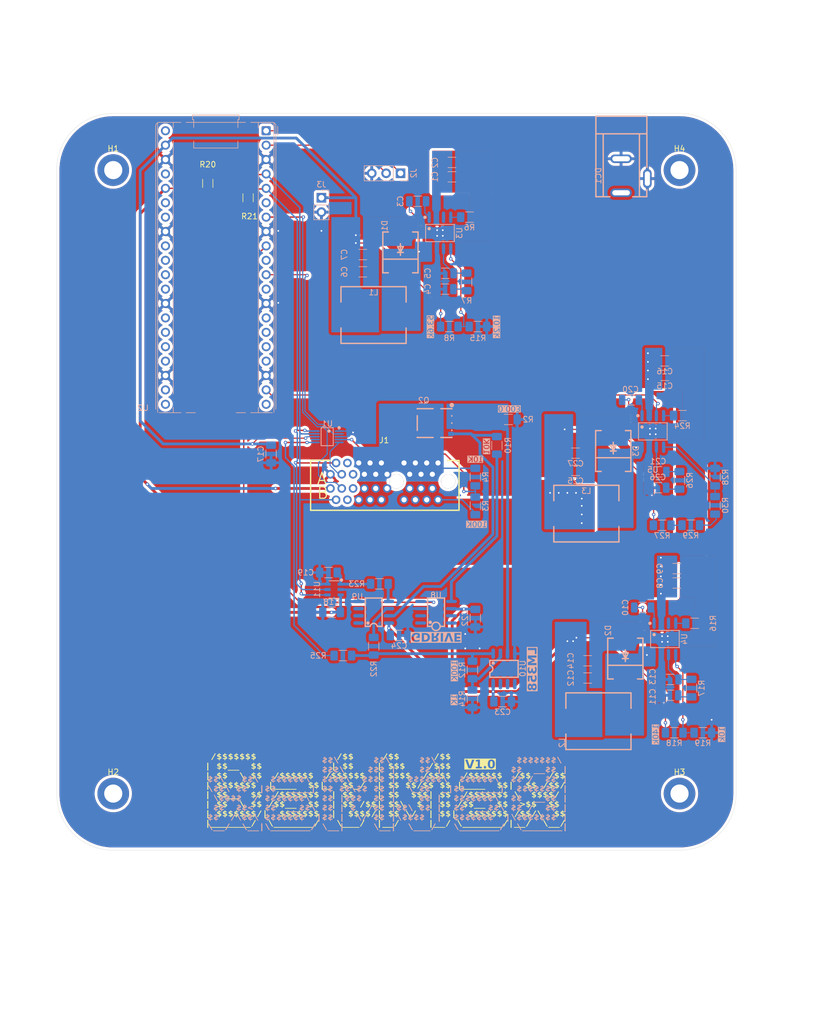
<source format=kicad_pcb>
(kicad_pcb (version 20241229) (generator "pcbnew") (generator_version "9.0")
  (layers (0 "F.Cu" signal) (2 "B.Cu" signal) (13 "F.Paste" user) (15 "B.Paste" user) (5 "F.SilkS" user "F.Silkscreen") (7 "B.SilkS" user "B.Silkscreen") (1 "F.Mask" user) (3 "B.Mask" user) (25 "Edge.Cuts" user))
  (net 0 "")
  (net 1 "+24V")
  (net 2 "GND")
  (net 3 "Net-(U3-BOOT)")
  (net 4 "Net-(D1-K)")
  (net 5 "Net-(C4-Pad1)")
  (net 6 "Net-(U3-COMP)")
  (net 7 "+5V")
  (net 8 "Net-(U4-BOOT)")
  (net 9 "Net-(D2-K)")
  (net 10 "Net-(C11-Pad1)")
  (net 11 "+12V")
  (net 12 "Net-(U4-COMP)")
  (net 13 "+3V3")
  (net 14 "/SCL")
  (net 15 "/BatteryCC/B-")
  (net 18 "/SDA")
  (net 20 "/BatteryCC/Battery/EEPROM_WC")
  (net 21 "/BatteryCC/TMP")
  (net 24 "/DischargeLV")
  (net 25 "/En3v")
  (net 26 "/BatteryCC/Charge")
  (net 27 "Net-(U3-RT{slash}CLK)")
  (net 28 "Net-(U4-RT{slash}CLK)")
  (net 29 "Net-(U1-AIN0)")
  (net 31 "/BatteryCC/RSns Charge")
  (net 47 "Net-(U9B--)")
  (net 58 "Net-(U8-OUTB)")
  (net 60 "Net-(U11-VOUT)")
  (net 63 "Net-(U10A--)")
  (net 67 "/BatteryCC/ChargeLV")
  (net 68 "/Power Delivery/FB5")
  (net 69 "/Power Delivery/FB12")
  (net 74 "Net-(U10A-+)")
  (net 75 "Net-(U9B-+)")
  (net 76 "/BatteryCC/ALERT{slash}RDY")
  (net 77 "Net-(R12-Pad1)")
  (net 78 "+48V")
  (net 79 "Net-(D3-K)")
  (net 80 "Net-(U5-BOOT)")
  (net 81 "Net-(C21-Pad1)")
  (net 82 "Net-(U5-COMP)")
  (net 83 "Net-(U5-RT{slash}CLK)")
  (net 84 "Net-(R27-Pad2)")
  (net 85 "/Power Delivery/FB24")
  (net 86 "Net-(R29-Pad2)")
  (net 87 "/Power Delivery/EN_BAT_V")
  (net 88 "Net-(J2-Pin_2)")
  (net 89 "Net-(J2-Pin_1)")
  (footprint "MountingHole:MountingHole_3.2mm_M3_DIN965_Pad_TopBottom" (layer "F.Cu") (at 75 35)
    (property "Reference" "H1")
    (property "Value" "MountingHole_Pad")
  )
  (footprint "Resistor_SMD:R_1206_3216Metric_Pad1.30x1.75mm_HandSolder" (layer "F.Cu") (at 91.694 37.338 -90)
    (property "Reference" "R20")
    (property "Value" "1k")
  )
  (footprint "MountingHole:MountingHole_3.2mm_M3_DIN965_Pad_TopBottom" (layer "F.Cu") (at 75 145)
    (property "Reference" "H2")
    (property "Value" "MountingHole_Pad")
  )
  (footprint "COMPONENTS:CONN-TH_36P-P1.00-V_3183-XXXXXPXT" (layer "F.Cu") (at 122.85 89.916)
    (property "Reference" "J1")
    (property "Value" "Bus_PCI_Express_x1")
  )
  (footprint "MountingHole:MountingHole_3.2mm_M3_DIN965_Pad_TopBottom" (layer "F.Cu") (at 175 35)
    (property "Reference" "H4")
    (property "Value" "MountingHole_Pad")
  )
  (footprint "Resistor_SMD:R_1206_3216Metric_Pad1.30x1.75mm_HandSolder" (layer "F.Cu") (at 98.806 39.878 -90)
    (property "Reference" "R21")
    (property "Value" "1k")
  )
  (footprint "MountingHole:MountingHole_3.2mm_M3_DIN965_Pad_TopBottom" (layer "F.Cu") (at 175 145)
    (property "Reference" "H3")
    (property "Value" "MountingHole_Pad")
  )
  (footprint "COMPONENTS:SOIC-8_L5.0-W4.0-P1.27-LS6.0-BL" (layer "B.Cu") (at 132 113 90)
    (property "Reference" "U8")
    (property "Value" "UCC27324DR")
  )
  (footprint "Resistor_SMD:R_1206_3216Metric_Pad1.30x1.75mm_HandSolder" (layer "B.Cu") (at 176.9892 97.6388)
    (property "Reference" "R29")
    (property "Value" "3k")
  )
  (footprint "Resistor_SMD:R_1206_3216Metric_Pad1.30x1.75mm_HandSolder" (layer "B.Cu") (at 181.2798 89.166 90)
    (property "Reference" "R28")
    (property "Value" "10k")
  )
  (footprint "Resistor_SMD:R_1206_3216Metric_Pad1.30x1.75mm_HandSolder" (layer "B.Cu") (at 174.0662 134.2624)
    (property "Reference" "R18")
    (property "Value" "140k")
  )
  (footprint "Capacitor_SMD:C_1206_3216Metric" (layer "B.Cu") (at 133.6376 53.2036 180)
    (property "Reference" "C5")
    (property "Value" "39p")
  )
  (footprint "COMPONENTS:SOT-23-6_L2.9-W1.6-P0.95-LS2.8-BL" (layer "B.Cu") (at 114 109 -90)
    (property "Reference" "U11")
    (property "Value" "MCP4725A0T-E/CH")
  )
  (footprint "Capacitor_SMD:C_1206_3216Metric" (layer "B.Cu") (at 174.5252 105.3064)
    (property "Reference" "C9")
    (property "Value" "2.2u")
  )
  (footprint "COMPONENTS:DC-IN-TH_DC-005-20A" (layer "B.Cu") (at 167 36 -90)
    (property "Reference" "DC1")
    (property "Value" "DC-005-20A_C136744")
  )
  (footprint "Resistor_SMD:R_1206_3216Metric_Pad1.30x1.75mm_HandSolder" (layer "B.Cu") (at 115.544 120.65 180)
    (property "Reference" "R25")
    (property "Value" "1k")
  )
  (footprint "Capacitor_SMD:C_1206_3216Metric" (layer "B.Cu") (at 156.6438 84.9388)
    (property "Reference" "C27")
    (property "Value" "47u")
  )
  (footprint "Capacitor_SMD:C_1206_3216Metric" (layer "B.Cu") (at 168.4782 112.1644 180)
    (property "Reference" "C10")
    (property "Value" "0.1u")
  )
  (footprint "COMPONENTS:SMC_L7.1-W6.2-LS8.1-RD" (layer "B.Cu") (at 163.2986 84.5588 90)
    (property "Reference" "D3")
    (property "Value" "B560C-13-F")
  )
  (footprint "Connector_PinHeader_2.54mm:PinHeader_1x03_P2.54mm_Vertical" (layer "B.Cu") (at 125.73 35.56 90)
    (property "Reference" "J2")
    (property "Value" "Conn_01x03_Pin")
  )
  (footprint "Resistor_SMD:R_1206_3216Metric_Pad1.30x1.75mm_HandSolder" (layer "B.Cu") (at 171.9346 97.6642)
    (property "Reference" "R27")
    (property "Value" "300K")
  )
  (footprint "COMPONENTS:IND-SMD_L11.5-W10.0_FXL1040" (layer "B.Cu") (at 160.6802 132.2304 180)
    (property "Reference" "L2")
    (property "Value" "FXL1040-8R2-M")
  )
  (footprint "Capacitor_SMD:C_1206_3216Metric" (layer "B.Cu") (at 134.8096 36.1856)
    (property "Reference" "C1")
    (property "Value" "2.2u")
  )
  (footprint "Resistor_SMD:R_1206_3216Metric_Pad1.30x1.75mm_HandSolder" (layer "B.Cu") (at 122 108 180)
    (property "Reference" "R23")
    (property "Value" "1k")
  )
  (footprint "Capacitor_SMD:C_1206_3216Metric" (layer "B.Cu") (at 133.5886 55.9976 180)
    (property "Reference" "C4")
    (property "Value" "6800p")
  )
  (footprint "Resistor_SMD:R_1206_3216Metric_Pad1.30x1.75mm_HandSolder" (layer "B.Cu") (at 179.1202 134.2624)
    (property "Reference" "R19")
    (property "Value" "10k")
  )
  (footprint "Resistor_SMD:R_1206_3216Metric_Pad1.30x1.75mm_HandSolder" (layer "B.Cu") (at 175.4906 78.3094)
    (property "Reference" "R24")
    (property "Value" "162k")
  )
  (footprint "Resistor_SMD:R_1206_3216Metric_Pad1.30x1.75mm_HandSolder" (layer "B.Cu") (at 143.764 128.778)
    (property "Reference" "C23")
    (property "Value" "100n")
  )
  (footprint "Resistor_SMD:R_1206_3216Metric_Pad1.30x1.75mm_HandSolder" (layer "B.Cu") (at 142.748 83.566 90)
    (property "Reference" "R10")
    (property "Value" "10k")
  )
  (footprint "Capacitor_SMD:C_1206_3216Metric" (layer "B.Cu") (at 172.39 71.2228)
    (property "Reference" "C15")
    (property "Value" "2.2u")
  )
  (footprint "Capacitor_SMD:C_1206_3216Metric" (layer "B.Cu") (at 171.1726 91.0348 180)
    (property "Reference" "C26")
    (property "Value" "39p")
  )
  (footprint "COMPONENTS:DFN-5_L4.9-W5.9-P1.27-LS6.2-BL" (layer "B.Cu") (at 132.826 79.633 -90)
    (property "Reference" "Q2")
    (property "Value" "TPHR8504PL,LQ(M1W")
  )
  (footprint "Capacitor_SMD:C_1206_3216Metric" (layer "B.Cu") (at 156.6438 87.9868)
    (property "Reference" "C25")
    (property "Value" "47u")
  )
  (footprint "Capacitor_SMD:C_1206_3216Metric" (layer "B.Cu") (at 119.0616 49.9016)
    (property "Reference" "C7")
    (property "Value" "47u")
  )
  (footprint "Capacitor_SMD:C_1206_3216Metric" (layer "B.Cu") (at 158.7772 124.6104)
    (property "Reference" "C12")
    (property "Value" "47u")
  )
  (footprint "Resistor_SMD:R_1206_3216Metric_Pad1.30x1.75mm_HandSolder" (layer "B.Cu") (at 113.55 113 180)
    (property "Reference" "C18")
    (property "Value" "100n")
  )
  (footprint "Resistor_SMD:R_1206_3216Metric_Pad1.30x1.75mm_HandSolder" (layer "B.Cu") (at 181.2798 94.1444 90)
    (property "Reference" "R30")
    (property "Value" "2k")
  )
  (footprint "Resistor_SMD:R_1206_3216Metric_Pad1.30x1.75mm_HandSolder" (layer "B.Cu") (at 121 119 -90)
    (property "Reference" "R22")
    (property "Value" "1k")
  )
  (footprint "Capacitor_SMD:C_1206_3216Metric" (layer "B.Cu") (at 166.3466 75.5408 180)
    (property "Reference" "C20")
    (property "Value" "0.1u")
  )
  (footprint "COMPONENTS:SOP-8_L4.9-W3.9-P1.27-LS6.0-BL" (layer "B.Cu") (at 121 113 90)
    (property "Reference" "U9")
    (property "Value" "LM393")
  )
  (footprint "Resistor_SMD:R_1206_3216Metric_Pad1.30x1.75mm_HandSolder" (layer "B.Cu") (at 144.78 78.994)
    (property "Reference" "R2")
    (property "Value" "0.003")
  )
  (footprint "COMPONENTS:SMC_L7.1-W6.2-LS8.1-RD" (layer "B.Cu") (at 165.4302 121.1824 90)
    (property "Reference" "D2")
    (property "Value" "B560C-13-F")
  )
  (footprint "Capacitor_SMD:C_1206_3216Metric" (layer "B.Cu") (at 173.3532 124.8644 180)
    (property "Reference" "C13")
    (property "Value" "39p")
  )
  (footprint "Resistor_SMD:R_1206_3216Metric_Pad1.30x1.75mm_HandSolder" (layer "B.Cu") (at 138.938 89.154 90)
    (property "Reference" "R4")
    (property "Value" "10k")
  )
  (footprint "COMPONENTS:SOIC-8_L5.0-W4.0-P1.27-LS6.0-BL-EP2.0" (layer "B.Cu") (at 132.6946 46.0996)
    (property "Reference" "U3")
    (property "Value" "TPS54360BDDAR")
  )
  (footprint "Resistor_SMD:R_1206_3216Metric_Pad1.30x1.75mm_HandSolder" (layer "B.Cu") (at 138.43 123.19 -90)
    (property "Reference" "R12")
    (property "Value" "100k")
  )
  (footprint "Resistor_SMD:R_1206_3216Metric_Pad1.30x1.75mm_HandSolder" (layer "B.Cu") (at 139.4046 62.6016)
    (property "Reference" "R15")
    (property "Value" "10.2k")
  )
  (footprint "Resistor_SMD:R_1206_3216Metric_Pad1.30x1.75mm_HandSolder" (layer "B.Cu") (at 137.9066 43.2976)
    (property "Reference" "R6")
    (property "Value" "162k")
  )
  (footprint "Resistor_SMD:R_1206_3216Metric_Pad1.30x1.75mm_HandSolder" (layer "B.Cu") (at 174.9826 89.7394 90)
    (property "Reference" "R26")
    (property "Value" "13k")
  )
  (footprint "Capacitor_SMD:C_1206_3216Metric" (layer "B.Cu") (at 171.1998 88.2408 180)
    (property "Reference" "C21")
    (property "Value" "6800p")
  )
  (footprint "Resistor_SMD:R_1206_3216Metric_Pad1.30x1.75mm_HandSolder" (layer "B.Cu") (at 138.938 114.046 -90)
    (property "Reference" "C22")
    (property "Value" "100n")
  )
  (footprint "Resistor_SMD:R_1206_3216Metric_Pad1.30x1.75mm_HandSolder" (layer "B.Cu") (at 138.938 94.234 90)
    (property "Reference" "R3")
    (property "Value" "100k")
  )
  (footprint "COMPONENTS:SOIC-8_L5.0-W4.0-P1.27-LS6.0-BL-EP2.0" (layer "B.Cu") (at 170.2866 81.1008)
    (property "Reference" "U5")
    (property "Value" "TPS54360BDDAR")
  )
  (footprint "Resistor_SMD:R_1206_3216Metric_Pad1.30x1.75mm_HandSolder" (layer "B.Cu") (at 134.3506 62.6016)
    (property "Reference" "R8")
    (property "Value" "53.6k")
  )
  (footprint "Module:RaspberryPi_Pico_Common_THT" (layer "B.Cu") (at 102 28.06 180)
    (property "Reference" "U2")
    (property "Value" "PICO")
  )
  (footprint "COMPONENTS:SOP-8_L4.9-W3.9-P1.27-LS6.0-BL" (layer "B.Cu") (at 144 123)
    (property "Reference" "U10")
    (property "Value" "LM358")
  )
  (footprint "Resistor_SMD:R_1206_3216Metric_Pad1.30x1.75mm_HandSolder" (layer "B.Cu") (at 137.3986 54.7276 -90)
    (property "Reference" "R7")
    (property "Value" "13k")
  )
  (footprint "COMPONENTS:IND-SMD_L11.5-W10.0_FXL1040" (layer "B.Cu") (at 158.5488 95.6068 180)
    (property "Reference" "L3")
    (property "Value" "FXL1040-8R2-M")
  )
  (footprint "COMPONENTS:IND-SMD_L11.5-W10.0_FXL1040" (layer "B.Cu") (at 120.9646 60.5696 180)
    (property "Reference" "L1")
    (property "Value" "FXL1040-8R2-M")
  )
  (footprint "Capacitor_SMD:C_1206_3216Metric" (layer "B.Cu") (at 173.3042 127.6584 180)
    (property "Reference" "C11")
    (property "Value" "6800p")
  )
  (footprint "Capacitor_SMD:C_1206_3216Metric" (layer "B.Cu") (at 128.7626 40.5036 180)
    (property "Reference" "C3")
    (property "Value" "0.1u")
  )
  (footprint "Capacitor_SMD:C_1206_3216Metric" (layer "B.Cu") (at 119.0616 52.9496)
    (property "Reference" "C6")
    (property "Value" "47u")
  )
  (footprint "Capacitor_SMD:C_1206_3216Metric" (layer "B.Cu") (at 172.3918 68.6574)
    (property "Reference" "C16")
    (property "Value" "2.2u")
  )
  (footprint "Resistor_SMD:R_1206_3216Metric_Pad1.30x1.75mm_HandSolder" (layer "B.Cu") (at 102.87 85.09 -90)
    (property "Reference" "C17")
    (property "Value" "100n")
  )
  (footprint "Resistor_SMD:R_1206_3216Metric_Pad1.30x1.75mm_HandSolder" (layer "B.Cu") (at 177.1142 126.3884 -90)
    (property "Reference" "R17")
    (property "Value" "13k")
  )
  (footprint "COMPONENTS:MSOP-10_L3.0-W3.0-P0.50-LS5.0-BL" (layer "B.Cu") (at 112.776 82.042 -90)
    (property "Reference" "U1")
    (property "Value" "ADS1115IDGSR")
  )
  (footprint "Resistor_SMD:R_1206_3216Metric_Pad1.30x1.75mm_HandSolder" (layer "B.Cu") (at 177.6482 114.9584)
    (property "Reference" "R16")
    (property "Value" "162k")
  )
  (footprint "Capacitor_SMD:C_1206_3216Metric" (layer "B.Cu") (at 174.5252 107.8464)
    (property "Reference" "C8")
    (property "Value" "2.2u")
  )
  (footprint "Resistor_SMD:R_1206_3216Metric_Pad1.30x1.75mm_HandSolder" (layer "B.Cu") (at 125.476 117.094)
    (property "Reference" "C24")
    (property "Value" "100n")
  )
  (footprint "Capacitor_SMD:C_1206_3216Metric" (layer "B.Cu") (at 134.8096 33.6456)
    (property "Reference" "C2")
    (property "Value" "2.2u")
  )
  (footprint "COMPONENTS:SMC_L7.1-W6.2-LS8.1-RD" (layer "B.Cu") (at 125.7146 49.5216 90)
    (property "Reference" "D1")
    (property "Value" "B560C-13-F")
  )
  (footprint "Capacitor_SMD:C_1206_3216Metric" (layer "B.Cu") (at 158.7772 121.5624)
    (property "Reference" "C14")
    (property "Value" "47u")
  )
  (footprint "Resistor_SMD:R_1206_3216Metric_Pad1.30x1.75mm_HandSolder" (layer "B.Cu") (at 138.43 128.27 -90)
    (property "Reference" "R14")
    (property "Value" "1k")
  )
  (footprint "Connector_PinHeader_2.54mm:PinHeader_1x02_P2.54mm_Vertical" (layer "B.Cu") (at 111.76 39.878 180)
    (property "Reference" "J3")
    (property "Value" "Conn_01x02_Pin")
  )
  (footprint "COMPONENTS:SOIC-8_L5.0-W4.0-P1.27-LS6.0-BL-EP2.0" (layer "B.Cu") (at 172.4202 117.7284)
    (property "Reference" "U4")
    (property "Value" "TPS54360BDDAR")
  )
  (footprint "Resistor_SMD:R_1206_3216Metric_Pad1.30x1.75mm_HandSolder" (layer "B.Cu") (at 113 106)
    (property "Reference" "C19")
    (property "Value" "100n")
  )
  (gr_line (start 185 145) (end 185 35) (stroke (width 0.05)) (layer "Edge.Cuts"))
  (gr_arc (start 75 155) (mid 67.928932 152.071068) (end 65 145) (stroke (width 0.05)) (layer "Edge.Cuts"))
  (gr_line (start 65 35) (end 65 145) (stroke (width 0.05)) (layer "Edge.Cuts"))
  (gr_arc (start 65 35) (mid 67.928932 27.928932) (end 75 25) (stroke (width 0.05)) (layer "Edge.Cuts"))
  (gr_arc (start 185 145) (mid 182.071068 152.071068) (end 175 155) (stroke (width 0.05)) (layer "Edge.Cuts"))
  (gr_line (start 75 155) (end 175 155) (stroke (width 0.05)) (layer "Edge.Cuts"))
  (gr_arc (start 175 25) (mid 182.071068 27.928932) (end 185 35) (stroke (width 0.05)) (layer "Edge.Cuts"))
  (gr_line (start 175 25) (end 75 25) (stroke (width 0.05)) (layer "Edge.Cuts"))
  (gr_text "\n /$$$$$$$              /$$     /$$      /$$                    \n| $$__  $$            | $$    | $$$    /$$$                    \n| $$  \\ $$  /$$$$$$  /$$$$$$  | $$$$  /$$$$  /$$$$$$  /$$   /$$\n| $$$$$$$  |____  $$|_  $$_/  | $$ $$/$$ $$ |____  $$|  $$ /$$/\n| $$__  $$  /$$$$$$$  | $$    | $$  $$$| $$  /$$$$$$$ \\  $$$$/ \n| $$  \\ $$ /$$__  $$  | $$ /$$| $$\\  $ | $$ /$$__  $$  >$$  $$ \n| $$$$$$$/|  $$$$$$$  |  $$$$/| $$ \\/  | $$|  $$$$$$$ /$$/\\  $$\n|_______/  \\_______/   \\___/  |__/     |__/ \\_______/|__/  \\__/\n" (at 91.186 143.5608 0) (layer "F.SilkS") (effects (font (size 1 1.2) (thickness 0.2) (bold yes)) (justify left)))
  (gr_text "V1.0" (at 139.827 139.9286 0) (layer "F.SilkS" knockout) (effects (font (size 1.5 1.5) (thickness 0.3) (bold yes))))
  (gr_text "100K" (at 139.2428 97.5868 0) (layer "B.SilkS" knockout) (effects (font (size 1 1) (thickness 0.125)) (justify mirror)))
  (gr_text "\n /$$$$$$$              /$$     /$$      /$$                    \n| $$__  $$            | $$    | $$$    /$$$                    \n| $$  \\ $$  /$$$$$$  /$$$$$$  | $$$$  /$$$$  /$$$$$$  /$$   /$$\n| $$$$$$$  |____  $$|_  $$_/  | $$ $$/$$ $$ |____  $$|  $$ /$$/\n| $$__  $$  /$$$$$$$  | $$    | $$  $$$| $$  /$$$$$$$ \\  $$$$/ \n| $$  \\ $$ /$$__  $$  | $$ /$$| $$\\  $ | $$ /$$__  $$  >$$  $$ \n| $$$$$$$/|  $$$$$$$  |  $$$$/| $$ \\/  | $$|  $$$$$$$ /$$/\\  $$\n|_______/  \\_______/   \\___/  |__/     |__/ \\_______/|__/  \\__/\n" (at 155.2956 144.1704 0) (layer "B.SilkS") (effects (font (size 1 1.2) (thickness 0.2) (bold yes)) (justify left mirror)))
  (gr_text "0.003" (at 144.9578 77.0382 180) (layer "B.SilkS" knockout) (effects (font (size 1 1) (thickness 0.125)) (justify mirror)))
  (gr_text "10K" (at 139.0142 86.106 0) (layer "B.SilkS" knockout) (effects (font (size 1 1) (thickness 0.125)) (justify mirror)))
  (gr_text "GDRIVE" (at 132.0292 117.2972 180) (layer "B.SilkS" knockout) (effects (font (size 1.5 1.5) (thickness 0.3) (bold yes)) (justify mirror)))
  (gr_text "10k" (at 182.54445 134.5014 90) (layer "B.SilkS" knockout) (effects (font (size 1 1) (thickness 0.1)) (justify mirror)))
  (gr_text "10K" (at 140.8176 83.82 270) (layer "B.SilkS" knockout) (effects (font (size 1 1) (thickness 0.125)) (justify mirror)))
  (gr_text "53.6k" (at 131.1076 62.5866 90) (layer "B.SilkS" knockout) (effects (font (size 1 1) (thickness 0.1)) (justify mirror)))
  (gr_text "LM358" (at 149.1234 123.0122 90) (layer "B.SilkS" knockout) (effects (font (size 1.5 1.5) (thickness 0.3) (bold yes)) (justify mirror)))
  (gr_text "10.2k" (at 142.7916 62.5866 90) (layer "B.SilkS" knockout) (effects (font (size 1 1) (thickness 0.1)) (justify mirror)))
  (gr_text "1K" (at 135.2804 128.3716 90) (layer "B.SilkS" knockout) (effects (font (size 1 1) (thickness 0.125)) (justify mirror)))
  (gr_text "140k" (at 170.86045 134.5014 90) (layer "B.SilkS" knockout) (effects (font (size 1 1) (thickness 0.1)) (justify mirror)))
  (gr_text "100K" (at 135.3312 123.2662 90) (layer "B.SilkS" knockout) (effects (font (size 1 1) (thickness 0.125)) (justify mirror)))
  (segment (start 170.434 90.88) (end 170.434 95.758) (width 0.2) (layer "F.Cu") (net 1))
  (segment (start 154.712 80.746) (end 160.3 80.746) (width 0.2) (layer "F.Cu") (net 1))
  (segment (start 160.3 80.746) (end 170.434 90.88) (width 0.2) (layer "F.Cu") (net 1))
  (via (at 157.734 95.758) (size 0.6) (drill 0.3) (layers "F.Cu" "B.Cu") (net 1))
  (via (at 154.712 80.746) (size 0.6) (drill 0.3) (layers "F.Cu" "B.Cu") (net 1))
  (via (at 153.67 91.948) (size 0.6) (drill 0.3) (layers "F.Cu" "B.Cu") (net 1))
  (via (at 157.734 94.234) (size 0.6) (drill 0.3) (layers "F.Cu" "B.Cu") (net 1))
  (via (at 157.734 97.282) (size 0.6) (drill 0.3) (layers "F.Cu" "B.Cu") (net 1))
  (via (at 170.434 95.758) (size 0.6) (drill 0.3) (layers "F.Cu" "B.Cu") (net 1))
  (via (at 156.718 91.948) (size 0.6) (drill 0.3) (layers "F.Cu" "B.Cu") (net 1))
  (via (at 157.734 92.964) (size 0.6) (drill 0.3) (layers "F.Cu" "B.Cu") (net 1))
  (via (at 152.146 91.948) (size 0.6) (drill 0.3) (layers "F.Cu" "B.Cu") (net 1))
  (via (at 155.194 91.948) (size 0.6) (drill 0.3) (layers "F.Cu" "B.Cu") (net 1))
  (segment (start 136.6 93.166) (end 132.35 93.166) (width 0.25) (layer "B.Cu") (net 1))
  (segment (start 138.938 95.504) (end 136.6 93.166) (width 0.25) (layer "B.Cu") (net 1))
  (segment (start 170.434 97.508) (end 170.434 95.758) (width 0.2) (layer "B.Cu") (net 1))
  (segment (start 138.938 95.784) (end 138.938 95.504) (width 0.25) (layer "B.Cu") (net 1))
  (via (at 117.348 81.28) (size 0.6) (drill 0.3) (layers "F.Cu" "B.Cu") (net 2))
  (via (at 180.6702 131.9784) (size 0.6) (drill 0.3) (layers "F.Cu" "B.Cu") (net 2))
  (via (at 139.7 119.38) (size 0.6) (drill 0.3) (layers "F.Cu" "B.Cu") (net 2))
  (via (at 104.14 58.42) (size 0.6) (drill 0.3) (layers "F.Cu" "B.Cu") (net 2))
  (via (at 137.16 116.84) (size 0.6) (drill 0.3) (layers "F.Cu" "B.Cu") (net 2))
  (via (at 104.14 45.72) (size 0.6) (drill 0.3) (layers "F.Cu" "B.Cu") (net 2))
  (via (at 137.16 119.38) (size 0.6) (drill 0.3) (layers "F.Cu" "B.Cu") (net 2))
  (via (at 111.76 45.72) (size 0.6) (drill 0.3) (layers "F.Cu" "B.Cu") (net 2))
  (segment (start 140.9546 62.6016) (end 140.9546 44.7956) (width 0.2) (layer "B.Cu") (net 2))
  (segment (start 140.9546 44.7956) (end 139.4566 43.2976) (width 0.2) (layer "B.Cu") (net 2))
  (segment (start 114.886 81.042) (end 117.11 81.042) (width 0.2) (layer "B.Cu") (net 2))
  (segment (start 116.586 82.042) (end 117.348 81.28) (width 0.2) (layer "B.Cu") (net 2))
  (segment (start 114.886 82.042) (end 116.586 82.042) (width 0.2) (layer "B.Cu") (net 2))
  (segment (start 180.6702 134.2624) (end 180.6702 131.9784) (width 0.2) (layer "B.Cu") (net 2))
  (segment (start 117.11 81.042) (end 117.348 81.28) (width 0.2) (layer "B.Cu") (net 2))
  (segment (start 130.0326 40.7086) (end 130.2376 40.5036) (width 0.2) (layer "B.Cu") (net 3))
  (segment (start 130.0326 42.5776) (end 130.0326 40.7086) (width 0.2) (layer "B.Cu") (net 3))
  (segment (start 130.7846 43.3296) (end 130.0326 42.5776) (width 0.2) (layer "B.Cu") (net 3))
  (segment (start 127.4926 42.2816) (end 129.0166 43.8056) (width 0.2) (layer "F.Cu") (net 4))
  (segment (start 129.0166 43.8056) (end 129.0166 49.3936) (width 0.2) (layer "F.Cu") (net 4))
  (via (at 129.0166 49.3936) (size 0.6) (drill 0.3) (layers "F.Cu" "B.Cu") (net 4))
  (via (at 127.4926 42.2816) (size 0.6) (drill 0.3) (layers "F.Cu" "B.Cu") (net 4))
  (segment (start 127.2876 42.0766) (end 127.4926 42.2816) (width 0.2) (layer "B.Cu") (net 4))
  (segment (start 127.2876 40.5036) (end 127.2876 42.0766) (width 0.2) (layer "B.Cu") (net 4))
  (segment (start 135.0636 55.9976) (end 137.1186 55.9976) (width 0.2) (layer "B.Cu") (net 5))
  (segment (start 137.1186 55.9976) (end 137.3986 56.2776) (width 0.2) (layer "B.Cu") (net 5))
  (segment (start 135.3926 53.1776) (end 137.3986 53.1776) (width 0.2) (layer "B.Cu") (net 6))
  (segment (start 135.1126 53.2036) (end 133.3246 51.4156) (width 0.2) (layer "B.Cu") (net 6))
  (segment (start 133.3246 51.4156) (end 133.3246 48.8696) (width 0.2) (layer "B.Cu") (net 6))
  (segment (start 135.3666 53.2036) (end 135.3926 53.1776) (width 0.2) (layer "B.Cu") (net 6))
  (segment (start 135.1126 53.2036) (end 135.3666 53.2036) (width 0.2) (layer "B.Cu") (net 6))
  (segment (start 117.8406 47.8696) (end 121.9046 47.8696) (width 0.2) (layer "F.Cu") (net 7))
  (segment (start 121.9046 47.8696) (end 132.8266 58.7916) (width 0.2) (layer "F.Cu") (net 7))
  (segment (start 100.584 82.296) (end 99.568 83.312) (width 0.2) (layer "F.Cu") (net 7))
  (segment (start 132.8266 58.7916) (end 132.8266 60.3156) (width 0.2) (layer "F.Cu") (net 7))
  (segment (start 108.966 82.296) (end 100.584 82.296) (width 0.2) (layer "F.Cu") (net 7))
  (via (at 117.8406 47.8696) (size 0.6) (drill 0.3) (layers "F.Cu" "B.Cu") (net 7))
  (via (at 117.8406 46.482) (size 0.6) (drill 0.3) (layers "F.Cu" "B.Cu") (net 7))
  (via (at 108.966 82.296) (size 0.6) (drill 0.3) (layers "F.Cu" "B.Cu") (net 7))
  (via (at 132.8266 60.3156) (size 0.6) (drill 0.3) (layers "F.Cu" "B.Cu") (net 7))
  (via (at 99.568 83.312) (size 0.6) (drill 0.3) (layers "F.Cu" "B.Cu") (net 7))
  (segment (start 84.22 30.6) (end 85.471 29.349) (width 0.5) (layer "B.Cu") (net 7))
  (segment (start 84.22 30.6) (end 79.756 35.064) (width 0.5) (layer "B.Cu") (net 7))
  (segment (start 116.2146 60.5696) (end 116.7146 61.0696) (width 0.5) (layer "B.Cu") (net 7))
  (segment (start 109.22 82.042) (end 108.966 82.296) (width 0.2) (layer "B.Cu") (net 7))
  (segment (start 132.8006 60.3416) (end 132.8266 60.3156) (width 0.2) (layer "B.Cu") (net 7))
  (segment (start 117.8252 39.878) (end 111.76 39.878) (width 0.5) (layer "B.Cu") (net 7))
  (segment (start 79.756 79.248) (end 83.82 83.312) (width 0.5) (layer "B.Cu") (net 7))
  (segment (start 132.8006 62.6016) (end 132.8006 60.3416) (width 0.2) (layer "B.Cu") (net 7))
  (segment (start 85.471 29.349) (end 107.327 29.349) (width 0.5) (layer "B.Cu") (net 7))
  (segment (start 79.756 35.064) (end 79.756 79.248) (width 0.5) (layer "B.Cu") (net 7))
  (segment (start 107.327 29.349) (end 117.8406 39.8626) (width 0.5) (layer "B.Cu") (net 7))
  (segment (start 102.87 83.54) (end 102.642 83.312) (width 0.5) (layer "B.Cu") (net 7))
  (segment (start 110.666 82.042) (end 109.22 82.042) (width 0.2) (layer "B.Cu") (net 7))
  (segment (start 102.642 83.312) (end 99.568 83.312) (width 0.5) (layer "B.Cu") (net 7))
  (segment (start 117.8406 46.482) (end 117.8406 47.8696) (width 0.5) (layer "B.Cu") (net 7))
  (segment (start 117.8406 39.8626) (end 117.8252 39.878) (width 0.5) (layer "B.Cu") (net 7))
  (segment (start 117.8406 39.8626) (end 117.8406 46.482) (width 0.5) (layer "B.Cu") (net 7))
  (segment (start 83.82 83.312) (end 99.568 83.312) (width 0.5) (layer "B.Cu") (net 7))
  (segment (start 170.5102 112.7214) (end 169.9532 112.1644) (width 0.2) (layer "B.Cu") (net 8))
  (segment (start 170.5102 114.9584) (end 170.5102 112.7214) (width 0.2) (layer "B.Cu") (net 8))
  (segment (start 168.4762 119.7844) (end 169.2402 120.5484) (width 0.2) (layer "F.Cu") (net 9))
  (segment (start 168.4762 112.1644) (end 168.4762 119.7844) (width 0.2) (layer "F.Cu") (net 9))
  (via (at 169.2402 120.5484) (size 0.6) (drill 0.3) (layers "F.Cu" "B.Cu") (net 9))
  (via (at 168.4762 112.1644) (size 0.6) (drill 0.3) (layers "F.Cu" "B.Cu") (net 9))
  (segment (start 167.0032 112.1644) (end 168.4762 112.1644) (width 0.2) (layer "B.Cu") (net 9))
  (segment (start 177.1142 127.9384) (end 175.0592 127.9384) (width 0.2) (layer "B.Cu") (net 10))
  (segment (start 175.0592 127.9384) (end 174.7792 127.6584) (width 0.2) (layer "B.Cu") (net 10))
  (segment (start 155.194 118.11) (end 146.304 127) (width 0.5) (layer "F.Cu") (net 11))
  (segment (start 134.856 127) (end 142.09 127) (width 0.5) (layer "F.Cu") (net 11))
  (segment (start 172.5162 127.6344) (end 172.5162 132.5124) (width 0.2) (layer "F.Cu") (net 11))
  (segment (start 162.3822 117.5004) (end 172.5162 127.6344) (width 0.2) (layer "F.Cu") (net 11))
  (segment (start 123.68 115.824) (end 134.856 127) (width 0.5) (layer "F.Cu") (net 11))
  (segment (start 134.856 114.5) (end 134.856 127) (width 0.5) (layer "F.Cu") (net 11))
  (segment (start 146.304 127) (end 142.09 127) (width 0.5) (layer "F.Cu") (net 11))
  (segment (start 156.7942 117.5004) (end 162.3822 117.5004) (width 0.2) (layer "F.Cu") (net 11))
  (segment (start 156.21 118.11) (end 155.194 118.11) (width 0.5) (layer "F.Cu") (net 11))
  (segment (start 136.906 112.45) (end 134.856 114.5) (width 0.5) (layer "F.Cu") (net 11))
  (via (at 155.194 118.11) (size 0.6) (drill 0.3) (layers "F.Cu" "B.Cu") (net 11))
  (via (at 142.09 127) (size 0.6) (drill 0.3) (layers "F.Cu" "B.Cu") (net 11))
  (via (at 123.68 115.824) (size 0.6) (drill 0.3) (layers "F.Cu" "B.Cu") (net 11))
  (via (at 172.5162 132.5124) (size 0.6) (drill 0.3) (layers "F.Cu" "B.Cu") (net 11))
  (via (at 156.21 118.11) (size 0.6) (drill 0.3) (layers "F.Cu" "B.Cu") (net 11))
  (via (at 156.7942 117.5004) (size 0.6) (drill 0.3) (layers "F.Cu" "B.Cu") (net 11))
  (via (at 136.906 112.45) (size 0.6) (drill 0.3) (layers "F.Cu" "B.Cu") (net 11))
  (via (at 156.7942 117.5004) (size 0.6) (drill 0.3) (layers "F.Cu" "B.Cu") (net 11))
  (segment (start 139 112.45) (end 136.906 112.45) (width 0.5) (layer "B.Cu") (net 11))
  (segment (start 123.68 114.91) (end 123.68 115.824) (width 0.5) (layer "B.Cu") (net 11))
  (segment (start 142.09 127) (end 142.09 128.654) (width 0.5) (layer "B.Cu") (net 11))
  (segment (start 142.09 125.68) (end 142.09 127) (width 0.5) (layer "B.Cu") (net 11))
  (segment (start 123.68 115.824) (end 123.68 116.848) (width 0.5) (layer "B.Cu") (net 11))
  (segment (start 134.79 112.45) (end 134.71 112.37) (width 0.5) (layer "B.Cu") (net 11))
  (segment (start 123.68 116.848) (end 123.926 117.094) (width 0.5) (layer "B.Cu") (net 11))
  (segment (start 136.906 112.45) (end 134.79 112.45) (width 0.5) (layer "B.Cu") (net 11))
  (segment (start 172.5162 134.2624) (end 172.5162 132.5124) (width 0.2) (layer "B.Cu") (net 11))
  (segment (start 142.09 128.654) (end 142.214 128.778) (width 0.5) (layer "B.Cu") (net 11))
  (segment (start 173.0502 123.0864) (end 174.8282 124.8644) (width 0.2) (layer "B.Cu") (net 12))
  (segment (start 177.0882 124.8644) (end 177.1142 124.8384) (width 0.2) (layer "B.Cu") (net 12))
  (segment (start 173.0502 120.4984) (end 173.0502 123.0864) (width 0.2) (layer "B.Cu") (net 12))
  (segment (start 174.8282 124.8644) (end 177.0882 124.8644) (width 0.2) (layer "B.Cu") (net 12))
  (segment (start 91.694 38.888) (end 96.292 38.888) (width 0.25) (layer "F.Cu") (net 13))
  (segment (start 81.026 90.476587) (end 81.026 90.424) (width 0.5) (layer "F.Cu") (net 13))
  (segment (start 113.35 91.166) (end 103.652 91.166) (width 0.5) (layer "F.Cu") (net 13))
  (segment (start 96.292 38.914) (end 96.292 38.888) (width 0.25) (layer "F.Cu") (net 13))
  (segment (start 90.746 38.22) (end 84.22 38.22) (width 0.25) (layer "F.Cu") (net 13))
  (segment (start 79.756 42.684) (end 84.22 38.22) (width 0.5) (layer "F.Cu") (net 13))
  (segment (start 79.756 89.154) (end 79.756 42.684) (width 0.5) (layer "F.Cu") (net 13))
  (segment (start 81.026 90.424) (end 79.756 89.154) (width 0.5) (layer "F.Cu") (net 13))
  (segment (start 113.538 113.03) (end 103.579413 113.03) (width 0.5) (layer "F.Cu") (net 13))
  (segment (start 98.806 41.428) (end 96.292 38.914) (width 0.25) (layer "F.Cu") (net 13))
  (segment (start 103.579413 113.03) (end 81.026 90.476587) (width 0.5) (layer "F.Cu") (net 13))
  (segment (start 91.414 38.888) (end 90.746 38.22) (width 0.25) (layer "F.Cu") (net 13))
  (segment (start 91.694 38.888) (end 91.414 38.888) (width 0.25) (layer "F.Cu") (net 13))
  (via (at 113.538 113.03) (size 0.6) (drill 0.3) (layers "F.Cu" "B.Cu") (net 13))
  (via (at 81.026 90.424) (size 0.6) (drill 0.3) (layers "F.Cu" "B.Cu") (net 13))
  (via (at 103.652 91.166) (size 0.6) (drill 0.3) (layers "F.Cu" "B.Cu") (net 13))
  (segment (start 113.568 113) (end 113.538 113.03) (width 0.5) (layer "B.Cu") (net 13))
  (segment (start 115.1 113) (end 113.568 113) (width 0.5) (layer "B.Cu") (net 13))
  (segment (start 81.514 90.912) (end 81.514 90.932) (width 0.5) (layer "B.Cu") (net 13))
  (segment (start 115.15 109.95) (end 115.15 112.95) (width 0.5) (layer "B.Cu") (net 13))
  (segment (start 81.026 90.424) (end 81.514 90.912) (width 0.5) (layer "B.Cu") (net 13))
  (segment (start 81.748 91.166) (end 103.652 91.166) (width 0.5) (layer "B.Cu") (net 13))
  (segment (start 81.514 90.932) (end 81.748 91.166) (width 0.5) (layer "B.Cu") (net 13))
  (segment (start 115.15 112.95) (end 115.1 113) (width 0.5) (layer "B.Cu") (net 13))
  (segment (start 98.806 38.328) (end 101.892 38.328) (width 0.25) (layer "F.Cu") (net 14))
  (segment (start 107.188 86.614) (end 107.442 86.614) (width 0.25) (layer "F.Cu") (net 14))
  (segment (start 108.829 80.917) (end 107.297 80.917) (width 0.25) (layer "F.Cu") (net 14))
  (segment (start 107.494 86.666) (end 114.35 86.666) (width 0.25) (layer "F.Cu") (net 14))
  (segment (start 107.442 86.614) (end 107.494 86.666) (width 0.25) (layer "F.Cu") (net 14))
  (segment (start 107.297 80.917) (end 107.188 81.026) (width 0.25) (layer "F.Cu") (net 14))
  (segment (start 101.892 38.328) (end 102 38.22) (width 0.25) (layer "F.Cu") (net 14))
  (via (at 108.829 80.917) (size 0.6) (drill 0.3) (layers "F.Cu" "B.Cu") (net 14))
  (via (at 107.188 81.026) (size 0.6) (drill 0.3) (layers "F.Cu" "B.Cu") (net 14))
  (via (at 107.188 86.614) (size 0.6) (drill 0.3) (layers "F.Cu" "B.Cu") (net 14))
  (segment (start 108.368702 109) (end 112.85 109) (width 0.25) (layer "B.Cu") (net 14))
  (segment (start 107.499 82.099) (end 107.499 86.303) (width 0.25) (layer "B.Cu") (net 14))
  (segment (start 107.499 86.303) (end 107.188 86.614) (width 0.25) (layer "B.Cu") (net 14))
  (segment (start 107.499 77.875) (end 107.499 76.13281) (width 0.25) (layer "B.Cu") (net 14))
  (segment (start 107.499 75.25119) (end 107.499 74.23519) (width 0.25) (layer "B.Cu") (net 14))
  (segment (start 107.499 81.46681) (end 107.499 82.099) (width 0.25) (layer "B.Cu") (net 14))
  (segment (start 107.188 81.026) (end 107.499 80.715) (width 0.25) (layer "B.Cu") (net 14))
  (segment (start 107.188 86.614) (end 107.188 86.861488) (width 0.25) (layer "B.Cu") (net 14))
  (segment (start 107.499 43.719) (end 102 38.22) (width 0.25) (layer "B.Cu") (net 14))
  (segment (start 107.499 81.337) (end 107.499 81.46681) (width 0.25) (layer "B.Cu") (net 14))
  (segment (start 107.499 75.62481) (end 107.499 75.25119) (width 0.25) (layer "B.Cu") (net 14))
  (segment (start 107.385 87.058488) (end 107.385 87.432108) (width 0.25) (layer "B.Cu") (net 14))
  (segment (start 107.499 75.75919) (end 107.499 75.62481) (width 0.25) (layer "B.Cu") (net 14))
  (segment (start 107.385 108.016298) (end 108.368702 109) (width 0.25) (layer "B.Cu") (net 14))
  (segment (start 108.829 80.917) (end 108.954 81.042) (width 0.25) (layer "B.Cu") (net 14))
  (segment (start 107.385 87.432108) (end 107.385 108.016298) (width 0.25) (layer "B.Cu") (net 14))
  (segment (start 107.188 81.026) (end 107.499 81.337) (width 0.25) (layer "B.Cu") (net 14))
  (segment (start 107.499 80.715) (end 107.499 77.875) (width 0.25) (layer "B.Cu") (net 14))
  (segment (start 107.188 86.861488) (end 107.385 87.058488) (width 0.25) (layer "B.Cu") (net 14))
  (segment (start 107.499 76.13281) (end 107.499 75.75919) (width 0.25) (layer "B.Cu") (net 14))
  (segment (start 107.499 74.23519) (end 107.499 43.719) (width 0.25) (layer "B.Cu") (net 14))
  (segment (start 108.954 81.042) (end 110.666 81.042) (width 0.25) (layer "B.Cu") (net 14))
  (segment (start 138.938 87.604) (end 133.288 87.604) (width 0.25) (layer "B.Cu") (net 15))
  (segment (start 133.288 87.604) (end 132.35 86.666) (width 0.25) (layer "B.Cu") (net 15))
  (segment (start 101.892 35.788) (end 102 35.68) (width 0.25) (layer "F.Cu") (net 18))
  (segment (start 91.694 35.788) (end 101.892 35.788) (width 0.25) (layer "F.Cu") (net 18))
  (segment (start 108.204 109.728) (end 108.204 107.95) (width 0.25) (layer "F.Cu") (net 18))
  (via (at 108.204 107.95) (size 0.6) (drill 0.3) (layers "F.Cu" "B.Cu") (net 18))
  (via (at 108.204 109.728) (size 0.6) (drill 0.3) (layers "F.Cu" "B.Cu") (net 18))
  (segment (start 108.426 109.95) (end 108.204 109.728) (width 0.25) (layer "B.Cu") (net 18))
  (segment (start 107.95 75.438) (end 107.95 75.946) (width 0.25) (layer "B.Cu") (net 18))
  (segment (start 107.95 81.28) (end 107.95 93.218) (width 0.25) (layer "B.Cu") (net 18))
  (segment (start 108.204 107.678892) (end 107.95 107.424892) (width 0.25) (layer "B.Cu") (net 18))
  (segment (start 107.95 41.63) (end 102 35.68) (width 0.25) (layer "B.Cu") (net 18))
  (segment (start 108.002 93.166) (end 114.35 93.166) (width 0.25) (layer "B.Cu") (net 18))
  (segment (start 107.95 107.424892) (end 107.95 93.218) (width 0.25) (layer "B.Cu") (net 18))
  (segment (start 107.95 81.28) (end 107.95 75.946) (width 0.25) (layer "B.Cu") (net 18))
  (segment (start 108.212 81.542) (end 108.204 81.534) (width 0.25) (layer "B.Cu") (net 18))
  (segment (start 107.95 93.218) (end 108.002 93.166) (width 0.25) (layer "B.Cu") (net 18))
  (segment (start 107.95 75.438) (end 107.95 41.63) (width 0.25) (layer "B.Cu") (net 18))
  (segment (start 108.204 107.95) (end 108.204 107.678892) (width 0.25) (layer "B.Cu") (net 18))
  (segment (start 110.666 81.542) (end 108.212 81.542) (width 0.25) (layer "B.Cu") (net 18))
  (segment (start 112.85 109.95) (end 108.426 109.95) (width 0.25) (layer "B.Cu") (net 18))
  (segment (start 108.204 81.534) (end 107.95 81.28) (width 0.25) (layer "B.Cu") (net 18))
  (segment (start 107.95 74.422) (end 107.95 75.946) (width 0.25) (layer "B.Cu") (net 18))
  (segment (start 102.012 43.288) (end 102 43.3) (width 0.25) (layer "F.Cu") (net 20))
  (segment (start 108.575 43.288) (end 102.012 43.288) (width 0.25) (layer "F.Cu") (net 20))
  (via (at 108.575 43.288) (size 0.6) (drill 0.3) (layers "F.Cu" "B.Cu") (net 20))
  (segment (start 108.575 43.288) (end 108.458 43.405) (width 0.2) (layer "B.Cu") (net 20))
  (segment (start 112.457 90.105) (end 114.289 90.105) (width 0.2) (layer "B.Cu") (net 20))
  (segment (start 108.458 77.724) (end 110.998 80.264) (width 0.2) (layer "B.Cu") (net 20))
  (segment (start 108.458 43.405) (end 108.458 77.724) (width 0.2) (layer "B.Cu") (net 20))
  (segment (start 110.998 80.264) (end 112.014 80.264) (width 0.2) (layer "B.Cu") (net 20))
  (segment (start 112.014 80.264) (end 112.776 81.026) (width 0.2) (layer "B.Cu") (net 20))
  (segment (start 114.289 90.105) (end 115.35 91.166) (width 0.2) (layer "B.Cu") (net 20))
  (segment (start 112.776 81.026) (end 112.776 85.09) (width 0.2) (layer "B.Cu") (net 20))
  (segment (start 111.252 88.9) (end 112.457 90.105) (width 0.2) (layer "B.Cu") (net 20))
  (segment (start 112.776 85.09) (end 111.252 86.614) (width 0.2) (layer "B.Cu") (net 20))
  (segment (start 111.252 86.614) (end 111.252 88.9) (width 0.2) (layer "B.Cu") (net 20))
  (segment (start 115.35 88.666) (end 114.850481 88.666) (width 0.2) (layer "B.Cu") (net 21))
  (segment (start 113.289 87.104519) (end 113.289 84.639) (width 0.2) (layer "B.Cu") (net 21))
  (segment (start 114.850481 88.666) (end 113.289 87.104519) (width 0.2) (layer "B.Cu") (net 21))
  (segment (start 113.289 84.639) (end 114.886 83.042) (width 0.2) (layer "B.Cu") (net 21))
  (segment (start 138.482 81.788) (end 142.52 81.788) (width 0.5) (layer "B.Cu") (net 26))
  (segment (start 138.227 81.533) (end 138.482 81.788) (width 0.5) (layer "B.Cu") (net 26))
  (segment (start 137.668 81.533) (end 138.227 81.533) (width 0.5) (layer "B.Cu") (net 26))
  (segment (start 142.047 99.253) (end 142.047 87.437) (width 0.5) (layer "B.Cu") (net 26))
  (segment (start 138.176 81.534) (end 138.175 81.533) (width 0.25) (layer "B.Cu") (net 26))
  (segment (start 124.622 113.63) (end 129.794 108.458) (width 0.5) (layer "B.Cu") (net 26))
  (segment (start 142.52 81.788) (end 142.748 82.016) (width 0.5) (layer "B.Cu") (net 26))
  (segment (start 138.175 81.533) (end 134.636 81.533) (width 0.5) (layer "B.Cu") (net 26))
  (segment (start 139.761 83.119) (end 138.176 81.534) (width 0.5) (layer "B.Cu") (net 26))
  (segment (start 123.68 113.63) (end 124.622 113.63) (width 0.5) (layer "B.Cu") (net 26))
  (segment (start 142.047 87.437) (end 139.761 85.151) (width 0.5) (layer "B.Cu") (net 26))
  (segment (start 129.794 108.458) (end 132.842 108.458) (width 0.5) (layer "B.Cu") (net 26))
  (segment (start 137.668 81.533) (end 138.175 81.533) (width 0.25) (layer "B.Cu") (net 26))
  (segment (start 139.761 85.151) (end 139.761 83.119) (width 0.5) (layer "B.Cu") (net 26))
  (segment (start 132.842 108.458) (end 142.047 99.253) (width 0.5) (layer "B.Cu") (net 26))
  (segment (start 134.5946 43.3296) (end 136.3246 43.3296) (width 0.2) (layer "B.Cu") (net 27))
  (segment (start 136.3246 43.3296) (end 136.3566 43.2976) (width 0.2) (layer "B.Cu") (net 27))
  (segment (start 174.3202 114.9584) (end 176.0982 114.9584) (width 0.2) (layer "B.Cu") (net 28))
  (segment (start 136.906 91.694) (end 136.906 88.392) (width 0.25) (layer "F.Cu") (net 29))
  (segment (start 133.604 85.09) (end 119.634 85.09) (width 0.25) (layer "F.Cu") (net 29))
  (segment (start 119.634 85.09) (end 117.094 82.55) (width 0.25) (layer "F.Cu") (net 29))
  (segment (start 136.906 88.392) (end 133.604 85.09) (width 0.25) (layer "F.Cu") (net 29))
  (via (at 117.094 82.55) (size 0.6) (drill 0.3) (layers "F.Cu" "B.Cu") (net 29))
  (via (at 136.906 91.694) (size 0.6) (drill 0.3) (layers "F.Cu" "B.Cu") (net 29))
  (segment (start 138.938 91.694) (end 136.906 91.694) (width 0.25) (layer "B.Cu") (net 29))
  (segment (start 138.938 90.704) (end 138.938 91.694) (width 0.25) (layer "B.Cu") (net 29))
  (segment (start 138.938 91.694) (end 138.938 92.684) (width 0.25) (layer "B.Cu") (net 29))
  (segment (start 116.578 82.542) (end 114.886 82.542) (width 0.25) (layer "B.Cu") (net 29))
  (segment (start 116.586 82.55) (end 116.578 82.542) (width 0.25) (layer "B.Cu") (net 29))
  (segment (start 117.094 82.55) (end 116.586 82.55) (width 0.25) (layer "B.Cu") (net 29))
  (segment (start 105.41 83.058) (end 109.22 83.058) (width 0.25) (layer "F.Cu") (net 31))
  (via (at 105.41 83.058) (size 0.6) (drill 0.3) (layers "F.Cu" "B.Cu") (net 31))
  (via (at 109.22 83.058) (size 0.6) (drill 0.3) (layers "F.Cu" "B.Cu") (net 31))
  (segment (start 106.934 115.316) (end 112.268 120.65) (width 0.25) (layer "B.Cu") (net 31))
  (segment (start 105.41 85.721298) (end 106.934 87.245298) (width 0.25) (layer "B.Cu") (net 31))
  (segment (start 109.236 83.042) (end 109.22 83.058) (width 0.25) (layer "B.Cu") (net 31))
  (segment (start 112.268 120.65) (end 113.994 120.65) (width 0.25) (layer "B.Cu") (net 31))
  (segment (start 105.41 83.058) (end 105.41 85.721298) (width 0.25) (layer "B.Cu") (net 31))
  (segment (start 110.666 83.042) (end 109.236 83.042) (width 0.25) (layer "B.Cu") (net 31))
  (segment (start 106.934 87.245298) (end 106.934 115.316) (width 0.25) (layer "B.Cu") (net 31))
  (segment (start 123.241712 112.37) (end 123.68 112.37) (width 0.5) (layer "B.Cu") (net 47))
  (segment (start 121 114.611712) (end 123.241712 112.37) (width 0.5) (layer "B.Cu") (net 47))
  (segment (start 121 117.45) (end 121 114.611712) (width 0.5) (layer "B.Cu") (net 47))
  (segment (start 134.71 107.606) (end 142.748 99.568) (width 0.5) (layer "B.Cu") (net 58))
  (segment (start 134.71 111.1) (end 134.71 107.606) (width 0.5) (layer "B.Cu") (net 58))
  (segment (start 142.748 99.568) (end 142.748 85.116) (width 0.5) (layer "B.Cu") (net 58))
  (segment (start 115.15 106.6) (end 114.55 106) (width 0.5) (layer "B.Cu") (net 60))
  (segment (start 115.15 108.05) (end 115.15 106.6) (width 0.5) (layer "B.Cu") (net 60))
  (segment (start 120.4 108.05) (end 115.15 108.05) (width 0.5) (layer "B.Cu") (net 60))
  (segment (start 120.45 108) (end 120.4 108.05) (width 0.5) (layer "B.Cu") (net 60))
  (segment (start 138.43 124.74) (end 138.43 126.72) (width 0.5) (layer "B.Cu") (net 63))
  (segment (start 139.565 124.74) (end 138.43 124.74) (width 0.5) (layer "B.Cu") (net 63))
  (segment (start 143.37 120.32) (end 143.37 120.935) (width 0.5) (layer "B.Cu") (net 63))
  (segment (start 143.37 120.935) (end 139.565 124.74) (width 0.5) (layer "B.Cu") (net 63))
  (segment (start 107.95 111.252) (end 98.044 101.346) (width 0.25) (layer "F.Cu") (net 67))
  (segment (start 98.044 52.336) (end 102 48.38) (width 0.25) (layer "F.Cu") (net 67))
  (segment (start 98.044 101.346) (end 98.044 52.336) (width 0.25) (layer "F.Cu") (net 67))
  (segment (start 131.572 111.252) (end 107.95 111.252) (width 0.25) (layer "F.Cu") (net 67))
  (via (at 131.572 111.252) (size 0.6) (drill 0.3) (layers "F.Cu" "B.Cu") (net 67))
  (segment (start 129.29 111.1) (end 131.42 111.1) (width 0.25) (layer "B.Cu") (net 67))
  (segment (start 131.42 111.1) (end 131.572 111.252) (width 0.25) (layer "B.Cu") (net 67))
  (segment (start 136.3826 52.4416) (end 134.6046 50.6636) (width 0.2) (layer "F.Cu") (net 68))
  (segment (start 136.3826 60.0616) (end 136.3826 52.4416) (width 0.2) (layer "F.Cu") (net 68))
  (via (at 136.3826 60.0616) (size 0.6) (drill 0.3) (layers "F.Cu" "B.Cu") (net 68))
  (via (at 134.6046 50.6636) (size 0.6) (drill 0.3) (layers "F.Cu" "B.Cu") (net 68))
  (segment (start 134.5946 48.8696) (end 134.5946 50.6536) (width 0.2) (layer "B.Cu") (net 68))
  (segment (start 135.9006 62.6016) (end 136.8906 62.6016) (width 0.2) (layer "B.Cu") (net 68))
  (segment (start 136.8906 62.6016) (end 137.8546 62.6016) (width 0.2) (layer "B.Cu") (net 68))
  (segment (start 136.8906 61.0776) (end 136.8906 60.5696) (width 0.2) (layer "B.Cu") (net 68))
  (segment (start 136.8906 62.6016) (end 136.8906 61.0776) (width 0.2) (layer "B.Cu") (net 68))
  (segment (start 136.8906 60.5696) (end 136.3826 60.0616) (width 0.2) (layer "B.Cu") (net 68))
  (segment (start 134.5946 50.6536) (end 134.6046 50.6636) (width 0.2) (layer "B.Cu") (net 68))
  (segment (start 175.5902 123.5964) (end 174.5742 122.5804) (width 0.2) (layer "F.Cu") (net 69))
  (segment (start 175.5902 131.9784) (end 175.5902 123.5964) (width 0.2) (layer "F.Cu") (net 69))
  (via (at 174.5742 122.5804) (size 0.6) (drill 0.3) (layers "F.Cu" "B.Cu") (net 69))
  (via (at 175.5902 131.9784) (size 0.6) (drill 0.3) (layers "F.Cu" "B.Cu") (net 69))
  (segment (start 175.6162 132.0044) (end 175.5902 131.9784) (width 0.2) (layer "B.Cu") (net 69))
  (segment (start 175.6162 134.2624) (end 175.6162 132.0044) (width 0.2) (layer "B.Cu") (net 69))
  (segment (start 174.3202 120.4984) (end 174.3202 122.3264) (width 0.2) (layer "B.Cu") (net 69))
  (segment (start 175.6162 134.2624) (end 177.5702 134.2624) (width 0.2) (layer "B.Cu") (net 69))
  (segment (start 174.3202 122.3264) (end 174.5742 122.5804) (width 0.2) (layer "B.Cu") (net 69))
  (segment (start 144.63 120.32) (end 144.63 80.622) (width 0.5) (layer "B.Cu") (net 74))
  (segment (start 144.63 80.622) (end 143.002 78.994) (width 0.5) (layer "B.Cu") (net 74))
  (segment (start 123.55 110.97) (end 123.68 111.1) (width 0.5) (layer "B.Cu") (net 75))
  (segment (start 123.55 108) (end 123.55 110.97) (width 0.5) (layer "B.Cu") (net 75))
  (segment (start 102 53.46) (end 109.086 53.46) (width 0.2) (layer "F.Cu") (net 76))
  (segment (start 109.086 53.46) (end 109.22 53.594) (width 0.2) (layer "F.Cu") (net 76))
  (via (at 109.22 53.594) (size 0.6) (drill 0.3) (layers "F.Cu" "B.Cu") (net 76))
  (segment (start 111.15455 79.85345) (end 108.859 77.5579) (width 0.2) (layer "B.Cu") (net 76))
  (segment (start 113.8591 81.542) (end 112.17055 79.85345) (width 0.2) (layer "B.Cu") (net 76))
  (segment (start 108.859 77.5579) (end 108.859 54.102) (width 0.2) (layer "B.Cu") (net 76))
  (segment (start 108.859 53.955) (end 109.22 53.594) (width 0.2) (layer "B.Cu") (net 76))
  (segment (start 108.859 54.102) (end 108.859 53.955) (width 0.2) (layer "B.Cu") (net 76))
  (segment (start 112.17055 79.85345) (end 111.15455 79.85345) (width 0.2) (layer "B.Cu") (net 76))
  (segment (start 114.886 81.542) (end 113.8591 81.542) (width 0.2) (layer "B.Cu") (net 76))
  (segment (start 121.23 120.32) (end 121 120.55) (width 0.5) (layer "B.Cu") (net 77))
  (segment (start 138.43 121.64) (end 138.43 120.574) (width 0.5) (layer "B.Cu") (net 77))
  (segment (start 142.09 120.32) (end 138.684 120.32) (width 0.5) (layer "B.Cu") (net 77))
  (segment (start 121 120.55) (end 120.9 120.65) (width 0.5) (layer "B.Cu") (net 77))
  (segment (start 138.684 120.32) (end 121.23 120.32) (width 0.5) (layer "B.Cu") (net 77))
  (segment (start 138.43 120.574) (end 138.684 120.32) (width 0.5) (layer "B.Cu") (net 77))
  (segment (start 120.9 120.65) (end 117.094 120.65) (width 0.5) (layer "B.Cu") (net 77))
  (via (at 171.704 106.68) (size 0.6) (drill 0.3) (layers "F.Cu" "B.Cu") (net 78))
  (via (at 171.704 109.728) (size 0.6) (drill 0.3) (layers "F.Cu" "B.Cu") (net 78))
  (via (at 171.704 108.204) (size 0.6) (drill 0.3) (layers "F.Cu" "B.Cu") (net 78))
  (via (at 171.704 103.378) (size 0.6) (drill 0.3) (layers "F.Cu" "B.Cu") (net 78))
  (via (at 171.704 104.902) (size 0.6) (drill 0.3) (layers "F.Cu" "B.Cu") (net 78))
  (via (at 169.418 67.31) (size 0.6) (drill 0.3) (layers "F.Cu" "B.Cu") (net 78))
  (via (at 169.418 70.358) (size 0.6) (drill 0.3) (layers "F.Cu" "B.Cu") (net 78))
  (via (at 169.418 68.834) (size 0.6) (drill 0.3) (layers "F.Cu" "B.Cu") (net 78))
  (via (at 169.418 71.882) (size 0.6) (drill 0.3) (layers "F.Cu" "B.Cu") (net 78))
  (segment (start 166.0144 82.6516) (end 167.3352 83.9724) (width 0.2) (layer "F.Cu") (net 79))
  (segment (start 166.0144 75.4888) (end 166.0144 82.6516) (width 0.2) (layer "F.Cu") (net 79))
  (via (at 166.0144 75.4888) (size 0.6) (drill 0.3) (layers "F.Cu" "B.Cu") (net 79))
  (via (at 167.3352 83.9724) (size 0.6) (drill 0.3) (layers "F.Cu" "B.Cu") (net 79))
  (segment (start 165.9624 75.5408) (end 166.0144 75.4888) (width 0.2) (layer "B.Cu") (net 79))
  (segment (start 166.0144 75.4888) (end 166.0398 75.4634) (width 0.2) (layer "B.Cu") (net 79))
  (segment (start 164.8716 75.5408) (end 165.9624 75.5408) (width 0.2) (layer "B.Cu") (net 79))
  (segment (start 168.3766 76.0958) (end 167.8216 75.5408) (width 0.2) (layer "B.Cu") (net 80))
  (segment (start 168.3766 78.3308) (end 168.3766 76.0958) (width 0.2) (layer "B.Cu") (net 80))
  (segment (start 172.7262 88.1894) (end 172.6748 88.2408) (width 0.2) (layer "B.Cu") (net 81))
  (segment (start 174.9826 88.1894) (end 172.7262 88.1894) (width 0.2) (layer "B.Cu") (net 81))
  (segment (start 174.9826 91.2894) (end 172.9022 91.2894) (width 0.2) (layer "B.Cu") (net 82))
  (segment (start 170.9166 83.8708) (end 170.9166 89.3038) (width 0.2) (layer "B.Cu") (net 82))
  (segment (start 170.9166 89.3038) (end 172.6476 91.0348) (width 0.2) (layer "B.Cu") (net 82))
  (segment (start 172.9022 91.2894) (end 172.6476 91.0348) (width 0.2) (layer "B.Cu") (net 82))
  (segment (start 172.1866 78.3308) (end 173.9192 78.3308) (width 0.2) (layer "B.Cu") (net 83))
  (segment (start 173.9192 78.3308) (end 173.9406 78.3094) (width 0.2) (layer "B.Cu") (net 83))
  (segment (start 175.4138 97.6642) (end 175.4392 97.6388) (width 0.2) (layer "B.Cu") (net 84))
  (segment (start 173.4846 97.6642) (end 175.4138 97.6642) (width 0.2) (layer "B.Cu") (net 84))
  (segment (start 181.2798 90.716) (end 174.4346 83.8708) (width 0.2) (layer "B.Cu") (net 85))
  (segment (start 174.4346 83.8708) (end 172.1866 83.8708) (width 0.2) (layer "B.Cu") (net 85))
  (segment (start 181.2798 91.8604) (end 181.2798 90.716) (width 0.2) (layer "B.Cu") (net 85))
  (segment (start 181.2798 92.5944) (end 181.2798 91.8604) (width 0.2) (layer "B.Cu") (net 85))
  (segment (start 178.5392 97.6388) (end 180.496701 97.6388) (width 0.2) (layer "B.Cu") (net 86))
  (segment (start 181.483 96.652501) (end 181.483 95.8976) (width 0.2) (layer "B.Cu") (net 86))
  (segment (start 181.483 95.8976) (end 181.2798 95.6944) (width 0.2) (layer "B.Cu") (net 86))
  (segment (start 180.496701 97.6388) (end 181.483 96.652501) (width 0.2) (layer "B.Cu") (net 86))
  (segment (start 171.196 76.2) (end 169.672 74.676) (width 0.2) (layer "F.Cu") (net 87))
  (segment (start 169.672 74.676) (end 102.896 74.676) (width 0.2) (layer "F.Cu") (net 87))
  (segment (start 102.896 74.676) (end 102 73.78) (width 0.2) (layer "F.Cu") (net 87))
  (via (at 171.196 76.2) (size 0.6) (drill 0.3) (layers "F.Cu" "B.Cu") (net 87))
  (segment (start 170.9166 78.3308) (end 170.9166 76.4794) (width 0.2) (layer "B.Cu") (net 87))
  (segment (start 170.9166 76.4794) (end 171.196 76.2) (width 0.2) (layer "B.Cu") (net 87))
  (segment (start 102 30.6) (end 118.23 30.6) (width 0.2) (layer "F.Cu") (net 88))
  (segment (start 118.23 30.6) (end 123.19 35.56) (width 0.2) (layer "F.Cu") (net 88))
  (segment (start 118.23 28.06) (end 125.73 35.56) (width 0.2) (layer "F.Cu") (net 89))
  (segment (start 102 28.06) (end 118.23 28.06) (width 0.2) (layer "F.Cu") (net 89))
  (zone (net 1) (net_name "+24V") (layer "F.Cu") (priority 100) (connect_pads yes (clearance 0.5)) (min_thickness 0.25) (fill yes (thermal_gap 0.5) (thermal_bridge_width 0.5))
    (polygon (pts (xy 160.02 104.648) (xy 117.348 104.648) (xy 117.348 89.916) (xy 135.636 89.916) (xy 135.636 92.964) (xy 146.304 92.964) (xy 146.304 89.662) (xy 156.718 89.662) (xy 156.718 90.424) (xy 160.02 90.424)))
  )
  (zone (net 78) (net_name "+48V") (layer "F.Cu") (priority 1) (connect_pads yes (clearance 0.5)) (min_thickness 0.25) (fill yes (thermal_gap 0.5) (thermal_bridge_width 0.5))
    (polygon (pts (xy 131.318 38.9636) (xy 155.6004 38.9636) (xy 155.6004 73.4568) (xy 174.371 73.4568) (xy 174.371 99.9744) (xy 168.529 99.9998) (xy 168.5544 110.363) (xy 174.5234 110.363) (xy 174.5996 104.14) (xy 179.5018 104.14) (xy 179.5018 41.3004) (xy 167.7162 41.3258) (xy 167.7162 36.195) (xy 141.732 36.2204) (xy 141.732 31.5722) (xy 131.318 31.5722)))
  )
  (zone (net 2) (net_name "GND") (layers "F.Cu" "B.Cu") (connect_pads (clearance 0.5)) (min_thickness 0.25) (fill yes (thermal_gap 0.5) (thermal_bridge_width 0.5))
    (polygon (pts (xy 55 20) (xy 55 160) (xy 200 160) (xy 200 20)))
  )
  (zone (net 7) (net_name "+5V") (layer "B.Cu") (priority 100) (connect_pads yes (clearance 0.5)) (min_thickness 0.25) (fill yes (thermal_gap 0.5) (thermal_bridge_width 0.5))
    (polygon (pts (xy 122.4126 63.6176) (xy 113.5226 63.6176) (xy 113.5226 43.2976) (xy 119.1106 43.2976) (xy 119.1106 55.4896) (xy 122.4126 55.4896)))
  )
  (zone (net 78) (net_name "+48V") (layer "B.Cu") (priority 100) (connect_pads yes (clearance 0.5)) (min_thickness 0.25) (fill yes (thermal_gap 0.5) (thermal_bridge_width 0.5))
    (polygon (pts (xy 172.466 73.7362) (xy 170.434 73.7362) (xy 170.434 79.5782) (xy 168.91 79.5782) (xy 168.91 66.3702) (xy 172.466 66.3702)))
  )
  (zone (net 79) (net_name "Net-(D3-K)") (layer "B.Cu") (priority 100) (connect_pads yes (clearance 0.5)) (min_thickness 0.25) (fill yes (thermal_gap 0.5) (thermal_bridge_width 0.5))
    (polygon (pts (xy 168.91 82.3722) (xy 168.91 85.9282) (xy 166.878 85.9282) (xy 166.878 98.1202) (xy 160.02 98.1202) (xy 160.02 83.6422) (xy 165.862 83.6422) (xy 165.862 82.3722)))
  )
  (zone (net 2) (net_name "GND") (layer "B.Cu") (priority 100) (connect_pads yes (clearance 0.5)) (min_thickness 0.25) (fill yes (thermal_gap 0.5) (thermal_bridge_width 0.5))
    (polygon (pts (xy 134.8586 31.6136) (xy 141.7166 31.6136) (xy 141.7166 47.6156) (xy 132.8266 47.6156) (xy 132.8266 57.5216) (xy 131.0486 57.5216) (xy 131.0486 51.1716) (xy 131.3026 51.1716) (xy 131.3026 47.6156) (xy 128.2546 47.6156) (xy 128.2546 48.8856) (xy 122.4126 48.8856) (xy 122.4126 55.4896) (xy 119.1106 55.4896) (xy 119.1106 43.2976) (xy 128.7626 43.2976) (xy 128.7626 44.8216) (xy 137.9066 44.8216) (xy 137.9066 38.9796) (xy 134.8586 38.9796)))
  )
  (zone (net 1) (net_name "+24V") (layer "B.Cu") (priority 100) (connect_pads yes (clearance 0.5)) (min_thickness 0.25) (fill yes (thermal_gap 0.5) (thermal_bridge_width 0.5))
    (polygon (pts (xy 160.02 98.3742) (xy 151.13 98.3742) (xy 151.13 78.0542) (xy 156.718 78.0542) (xy 156.718 90.2462) (xy 160.02 90.2462)))
  )
  (zone (net 2) (net_name "GND") (layer "B.Cu") (priority 100) (connect_pads yes (clearance 0.5)) (min_thickness 0.25) (fill yes (thermal_gap 0.5) (thermal_bridge_width 0.5))
    (polygon (pts (xy 172.466 66.3702) (xy 179.324 66.3702) (xy 179.324 82.3722) (xy 170.434 82.3722) (xy 170.434 92.2782) (xy 168.656 92.2782) (xy 168.656 85.9282) (xy 168.91 85.9282) (xy 168.91 82.3722) (xy 165.862 82.3722) (xy 165.862 83.6422) (xy 160.02 83.6422) (xy 160.02 90.2462) (xy 156.718 90.2462) (xy 156.718 78.0542) (xy 166.37 78.0542) (xy 166.37 79.5782) (xy 175.514 79.5782) (xy 175.514 73.7362) (xy 172.466 73.7362)))
  )
  (zone (net 2) (net_name "GND") (layer "B.Cu") (priority 100) (connect_pads yes (clearance 0.5)) (min_thickness 0.25) (fill yes (thermal_gap 0.5) (thermal_bridge_width 0.5))
    (polygon (pts (xy 174.5742 103.0224) (xy 181.4322 103.0224) (xy 181.4322 119.0244) (xy 172.5422 119.0244) (xy 172.5422 128.9304) (xy 170.7642 128.9304) (xy 170.7642 122.5804) (xy 171.0182 122.5804) (xy 171.0182 119.0244) (xy 167.9702 119.0244) (xy 167.9702 120.2944) (xy 162.1282 120.2944) (xy 162.1282 126.8984) (xy 158.8262 126.8984) (xy 158.8262 114.7064) (xy 168.4782 114.7064) (xy 168.4782 116.2304) (xy 177.6222 116.2304) (xy 177.6222 110.3884) (xy 174.5742 110.3884)))
  )
  (zone (net 78) (net_name "+48V") (layer "B.Cu") (priority 100) (connect_pads yes (clearance 0.5)) (min_thickness 0.25) (fill yes (thermal_gap 0.5) (thermal_bridge_width 0.5))
    (polygon (pts (xy 134.8586 38.9796) (xy 132.8266 38.9796) (xy 132.8266 44.8216) (xy 131.3026 44.8216) (xy 131.3026 31.6136) (xy 134.8586 31.6136)))
  )
  (zone (net 11) (net_name "+12V") (layer "B.Cu") (priority 100) (connect_pads yes (clearance 0.5)) (min_thickness 0.25) (fill yes (thermal_gap 0.5) (thermal_bridge_width 0.5))
    (polygon (pts (xy 161.8742 135.0264) (xy 152.9842 135.0264) (xy 152.9842 114.7064) (xy 158.5722 114.7064) (xy 158.5722 126.8984) (xy 161.8742 126.8984)))
  )
  (zone (net 74) (net_name "Net-(U10A-+)") (layer "B.Cu") (priority 100) (connect_pads yes (clearance 0.5)) (min_thickness 0.25) (fill yes (thermal_gap 0.5) (thermal_bridge_width 0.5))
    (polygon (pts (xy 133.35 81.026) (xy 144.78 81.026) (xy 144.78 76.2) (xy 133.35 76.2)))
  )
  (zone (net 15) (net_name "/BatteryCC/B-") (layer "B.Cu") (priority 100) (connect_pads yes (clearance 0.5)) (min_thickness 0.25) (fill yes (thermal_gap 0.5) (thermal_bridge_width 0.5))
    (polygon (pts (xy 117.348 89.916) (xy 117.348 83.82) (xy 121.92 83.82) (xy 121.92 76.2) (xy 133.35 76.2) (xy 133.35 89.916)))
  )
  (zone (net 4) (net_name "Net-(D1-K)") (layer "B.Cu") (priority 100) (connect_pads yes (clearance 0.5)) (min_thickness 0.25) (fill yes (thermal_gap 0.5) (thermal_bridge_width 0.5))
    (polygon (pts (xy 131.3026 47.6156) (xy 131.3026 51.1716) (xy 129.2706 51.1716) (xy 129.2706 63.3636) (xy 122.4126 63.3636) (xy 122.4126 48.8856) (xy 128.2546 48.8856) (xy 128.2546 47.6156)))
  )
  (zone (net 9) (net_name "Net-(D2-K)") (layer "B.Cu") (priority 100) (connect_pads yes (clearance 0.5)) (min_thickness 0.25) (fill yes (thermal_gap 0.5) (thermal_bridge_width 0.5))
    (polygon (pts (xy 170.7642 119.0244) (xy 170.7642 122.5804) (xy 168.7322 122.5804) (xy 168.7322 134.7724) (xy 161.8742 134.7724) (xy 161.8742 120.2944) (xy 167.7162 120.2944) (xy 167.7162 119.0244)))
  )
  (zone (net 78) (net_name "+48V") (layer "B.Cu") (priority 100) (connect_pads yes (clearance 0.5)) (min_thickness 0.25) (fill yes (thermal_gap 0.5) (thermal_bridge_width 0.5))
    (polygon (pts (xy 174.5742 110.3884) (xy 172.5422 110.3884) (xy 172.5422 116.2304) (xy 171.0182 116.2304) (xy 171.0182 103.0224) (xy 174.5742 103.0224)))
  )
)
</source>
